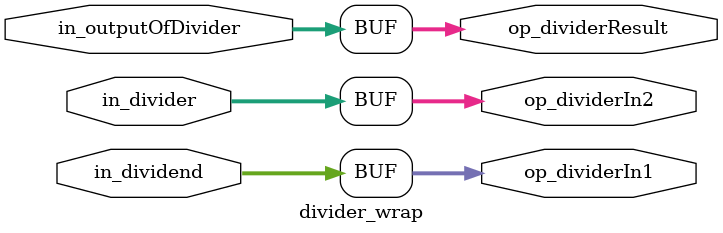
<source format=v>
/* ******************************************************
 * This module is just made up of wires connecting the
 * inputs of this module to the divider module.
 * 
 * Inputs : 1. 2 x 48 bit inputs to be divided
 *          2. 1 48 bit Output of divider
 *
 * Output:  1. 2 x 48 bit inputs to divider
 *          2. 1 48 bit Output of divider
 *
 *
 * ****************************************************/

module divider_wrap ( input [47:0] in_divider, input [47:0] in_dividend,
                      input [47:0] in_outputOfDivider,

                      output wire [47:0] op_dividerIn1, output wire [47:0] op_dividerIn2,
                      output wire [47:0] op_dividerResult

	   );


/********** Module Logic **************/

assign op_dividerIn1    = in_dividend;
assign op_dividerIn2    = in_divider;

assign op_dividerResult = in_outputOfDivider;
	   
	

endmodule


</source>
